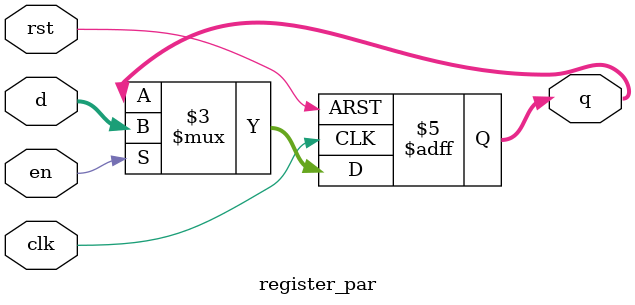
<source format=sv>
`timescale 1ns / 1ps

module register_par #(
    parameter n = 8
) (
    input clk,
    input rst,
    input en,
    input logic [n-1:0] d,
    output logic [n-1:0] q
);
  always_ff @(posedge clk, negedge rst) begin
    if (~rst) q <= 0;
    else if (en) q <= d;
  end
endmodule

</source>
